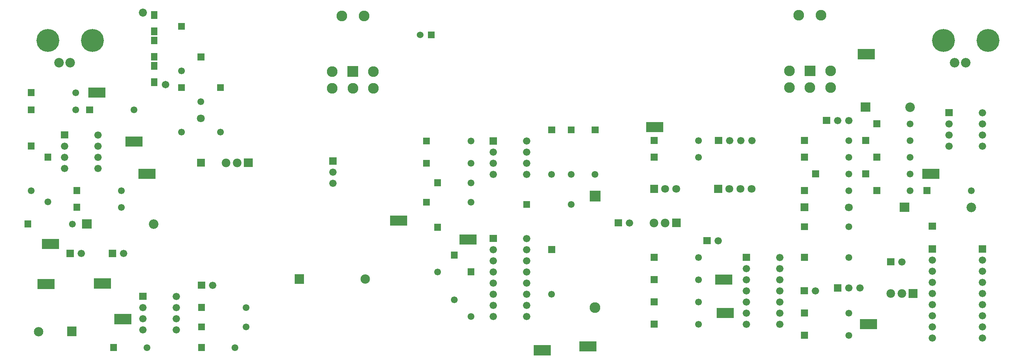
<source format=gbr>
G04 start of page 6 for group -4063 idx -4063 *
G04 Title: (unknown), componentmask *
G04 Creator: pcb 20110918 *
G04 CreationDate: Thu Feb 28 16:04:39 2013 UTC *
G04 For: fosse *
G04 Format: Gerber/RS-274X *
G04 PCB-Dimensions: 893500 333500 *
G04 PCB-Coordinate-Origin: lower left *
%MOIN*%
%FSLAX25Y25*%
%LNTOPMASK*%
%ADD80R,0.0591X0.0591*%
%ADD79R,0.0907X0.0907*%
%ADD78C,0.0672*%
%ADD77C,0.0722*%
%ADD76C,0.0780*%
%ADD75C,0.2060*%
%ADD74C,0.0860*%
%ADD73C,0.0710*%
%ADD72C,0.0847*%
%ADD71C,0.0960*%
%ADD70C,0.0600*%
%ADD69C,0.0660*%
%ADD68C,0.0610*%
%ADD67C,0.0001*%
G54D67*G36*
X367950Y158550D02*Y152450D01*
X374050D01*
Y158550D01*
X367950D01*
G37*
G54D68*X411000Y155500D03*
Y190500D03*
Y173000D03*
Y210500D03*
G54D67*G36*
X377950Y136050D02*Y129950D01*
X384050D01*
Y136050D01*
X377950D01*
G37*
G36*
Y176050D02*Y169950D01*
X384050D01*
Y176050D01*
X377950D01*
G37*
G36*
X427700Y213800D02*Y207200D01*
X434300D01*
Y213800D01*
X427700D01*
G37*
G54D69*X431000Y200500D03*
Y190500D03*
Y180500D03*
G54D67*G36*
X367950Y193550D02*Y187450D01*
X374050D01*
Y193550D01*
X367950D01*
G37*
G36*
Y213550D02*Y207450D01*
X374050D01*
Y213550D01*
X367950D01*
G37*
G36*
X372500Y309000D02*Y303000D01*
X378500D01*
Y309000D01*
X372500D01*
G37*
G54D70*X365500Y306000D03*
G54D71*X295000Y323000D03*
X315000D03*
G54D67*G36*
X300200Y277800D02*Y268200D01*
X309800D01*
Y277800D01*
X300200D01*
G37*
G54D71*X323500Y273000D03*
X286500D03*
Y258000D03*
X305000D03*
X323500D03*
G54D67*G36*
X392950Y111050D02*Y104950D01*
X399050D01*
Y111050D01*
X392950D01*
G37*
G36*
X407950Y96050D02*Y89950D01*
X414050D01*
Y96050D01*
X407950D01*
G37*
G54D68*X411000Y53000D03*
G54D72*X316028Y86500D03*
G54D68*X381000Y93000D03*
X396000Y68000D03*
G54D67*G36*
X427700Y126300D02*Y119700D01*
X434300D01*
Y126300D01*
X427700D01*
G37*
G54D69*X431000Y113000D03*
Y103000D03*
Y93000D03*
Y83000D03*
Y73000D03*
Y63000D03*
Y53000D03*
G54D67*G36*
X772450Y229050D02*Y222950D01*
X778550D01*
Y229050D01*
X772450D01*
G37*
G54D68*X805500Y226000D03*
G54D67*G36*
X762450Y214050D02*Y207950D01*
X768550D01*
Y214050D01*
X762450D01*
G37*
G54D68*X805500Y211000D03*
Y196000D03*
G54D67*G36*
X727200Y232300D02*Y225700D01*
X733800D01*
Y232300D01*
X727200D01*
G37*
G36*
X707450Y136550D02*Y130450D01*
X713550D01*
Y136550D01*
X707450D01*
G37*
G36*
Y169050D02*Y162950D01*
X713550D01*
Y169050D01*
X707450D01*
G37*
G36*
X717450Y184050D02*Y177950D01*
X723550D01*
Y184050D01*
X717450D01*
G37*
G54D69*X740500Y229000D03*
X750500D03*
G54D68*Y133500D03*
Y211000D03*
Y166000D03*
Y181000D03*
G54D67*G36*
X707450Y199050D02*Y192950D01*
X713550D01*
Y199050D01*
X707450D01*
G37*
G54D68*X750500Y196000D03*
G54D67*G36*
X707450Y214050D02*Y207950D01*
X713550D01*
Y214050D01*
X707450D01*
G37*
G36*
X762450Y184050D02*Y177950D01*
X768550D01*
Y184050D01*
X762450D01*
G37*
G36*
X772450Y199050D02*Y192950D01*
X778550D01*
Y199050D01*
X772450D01*
G37*
G54D73*X750500Y151000D03*
G54D67*G36*
X796200Y155300D02*Y146700D01*
X804800D01*
Y155300D01*
X796200D01*
G37*
G36*
X761200Y245300D02*Y236700D01*
X769800D01*
Y245300D01*
X761200D01*
G37*
G54D74*X805500Y241000D03*
G54D67*G36*
X837200Y239300D02*Y232700D01*
X843800D01*
Y239300D01*
X837200D01*
G37*
G54D69*X840500Y226000D03*
Y216000D03*
Y206000D03*
G54D71*X705500Y323500D03*
G54D67*G36*
X710700Y278300D02*Y268700D01*
X720300D01*
Y278300D01*
X710700D01*
G37*
G54D71*X697000Y273500D03*
Y258500D03*
X715500D03*
X725500Y323500D03*
X734000Y273500D03*
Y258500D03*
G54D67*G36*
X817450Y169050D02*Y162950D01*
X823550D01*
Y169050D01*
X817450D01*
G37*
G54D68*X860500Y166000D03*
G54D67*G36*
X772450Y169050D02*Y162950D01*
X778550D01*
Y169050D01*
X772450D01*
G37*
G54D68*X805500Y166000D03*
Y181000D03*
G54D74*X860500Y151000D03*
G54D69*X870500Y206000D03*
Y216000D03*
Y226000D03*
Y236000D03*
G54D75*X835500Y301000D03*
X875500D03*
G54D74*X845500Y281000D03*
X855500D03*
G54D67*G36*
X822200Y137300D02*Y130700D01*
X828800D01*
Y137300D01*
X822200D01*
G37*
G36*
Y116800D02*Y110200D01*
X828800D01*
Y116800D01*
X822200D01*
G37*
G36*
X867200D02*Y110200D01*
X873800D01*
Y116800D01*
X867200D01*
G37*
G54D69*X870500Y103500D03*
Y93500D03*
Y83500D03*
Y73500D03*
X760500Y78500D03*
X825500Y73500D03*
G54D67*G36*
X804100Y77400D02*Y69600D01*
X811900D01*
Y77400D01*
X804100D01*
G37*
G54D76*X798000Y73500D03*
X788000D03*
G54D69*X870500Y63500D03*
X825500D03*
Y53500D03*
Y43500D03*
Y33500D03*
X870500Y53500D03*
Y43500D03*
Y33500D03*
G54D67*G36*
X784700Y105300D02*Y98700D01*
X791300D01*
Y105300D01*
X784700D01*
G37*
G54D69*X798000Y102000D03*
X825500Y103500D03*
Y93500D03*
Y83500D03*
G54D67*G36*
X629450Y171050D02*Y163950D01*
X636550D01*
Y171050D01*
X629450D01*
G37*
G54D73*X643000Y167500D03*
X653000D03*
X663000D03*
G54D67*G36*
X630200Y214300D02*Y207700D01*
X636800D01*
Y214300D01*
X630200D01*
G37*
G54D69*X643500Y211000D03*
X653500D03*
X663500D03*
G54D67*G36*
X572450Y214050D02*Y207950D01*
X578550D01*
Y214050D01*
X572450D01*
G37*
G54D68*X615500Y211000D03*
G54D67*G36*
X572450Y199050D02*Y192950D01*
X578550D01*
Y199050D01*
X572450D01*
G37*
G54D68*X615500Y196000D03*
G54D67*G36*
X707450Y39050D02*Y32950D01*
X713550D01*
Y39050D01*
X707450D01*
G37*
G54D68*X750500Y36000D03*
G54D69*Y78500D03*
G54D68*Y56000D03*
G54D67*G36*
X707450Y109050D02*Y102950D01*
X713550D01*
Y109050D01*
X707450D01*
G37*
G54D68*X750500Y106000D03*
G54D67*G36*
X706950Y154550D02*Y147450D01*
X714050D01*
Y154550D01*
X706950D01*
G37*
G36*
X707200Y79300D02*Y72700D01*
X713800D01*
Y79300D01*
X707200D01*
G37*
G54D69*X720500Y76000D03*
G54D67*G36*
X737200Y81800D02*Y75200D01*
X743800D01*
Y81800D01*
X737200D01*
G37*
G36*
X707450Y59050D02*Y52950D01*
X713550D01*
Y59050D01*
X707450D01*
G37*
G36*
X572450Y109050D02*Y102950D01*
X578550D01*
Y109050D01*
X572450D01*
G37*
G54D68*X615500Y106000D03*
G54D67*G36*
X572450Y89050D02*Y82950D01*
X578550D01*
Y89050D01*
X572450D01*
G37*
G54D68*X615500Y86000D03*
G54D67*G36*
X619700Y124300D02*Y117700D01*
X626300D01*
Y124300D01*
X619700D01*
G37*
G54D69*X633000Y121000D03*
G54D67*G36*
X480450Y116050D02*Y109950D01*
X486550D01*
Y116050D01*
X480450D01*
G37*
G36*
X571950Y171050D02*Y163950D01*
X579050D01*
Y171050D01*
X571950D01*
G37*
G54D73*X585500Y167500D03*
X595500D03*
G54D67*G36*
X591600Y140900D02*Y133100D01*
X599400D01*
Y140900D01*
X591600D01*
G37*
G54D76*X585500Y137000D03*
G54D67*G36*
X517700Y165800D02*Y156200D01*
X527300D01*
Y165800D01*
X517700D01*
G37*
G36*
X519450Y223550D02*Y217450D01*
X525550D01*
Y223550D01*
X519450D01*
G37*
G36*
X497950D02*Y217450D01*
X504050D01*
Y223550D01*
X497950D01*
G37*
G36*
X480450D02*Y217450D01*
X486550D01*
Y223550D01*
X480450D01*
G37*
G54D68*X522500Y180500D03*
X501000D03*
X483500D03*
G54D69*X461000D03*
Y190500D03*
Y200500D03*
Y210500D03*
G54D76*X575500Y137000D03*
G54D67*G36*
X457950Y156550D02*Y150450D01*
X464050D01*
Y156550D01*
X457950D01*
G37*
G54D68*X501000Y153500D03*
G54D67*G36*
X540200Y140300D02*Y133700D01*
X546800D01*
Y140300D01*
X540200D01*
G37*
G54D69*X553500Y137000D03*
G54D71*X522500Y61000D03*
G54D68*X483500Y73000D03*
G54D69*X461000Y53000D03*
Y63000D03*
Y73000D03*
Y83000D03*
Y93000D03*
Y103000D03*
Y113000D03*
Y123000D03*
G54D67*G36*
X572450Y69050D02*Y62950D01*
X578550D01*
Y69050D01*
X572450D01*
G37*
G36*
Y49050D02*Y42950D01*
X578550D01*
Y49050D01*
X572450D01*
G37*
G54D68*X615500Y66000D03*
Y46000D03*
G54D67*G36*
X655200Y109300D02*Y102700D01*
X661800D01*
Y109300D01*
X655200D01*
G37*
G54D69*X658500Y96000D03*
Y86000D03*
Y76000D03*
Y66000D03*
Y56000D03*
Y46000D03*
X688500D03*
Y56000D03*
Y66000D03*
Y76000D03*
Y86000D03*
Y96000D03*
Y106000D03*
G54D67*G36*
X165950Y28050D02*Y21950D01*
X172050D01*
Y28050D01*
X165950D01*
G37*
G54D68*X199000Y25000D03*
X209000Y43500D03*
G54D67*G36*
X65450Y241550D02*Y235450D01*
X71550D01*
Y241550D01*
X65450D01*
G37*
G54D68*X108500Y238500D03*
G54D67*G36*
X12950Y257050D02*Y250950D01*
X19050D01*
Y257050D01*
X12950D01*
G37*
G54D68*X56000Y254000D03*
G54D67*G36*
X12950Y241550D02*Y235450D01*
X19050D01*
Y241550D01*
X12950D01*
G37*
G54D68*X56000Y238500D03*
G54D77*X116351Y325795D03*
G54D78*X136823Y261228D03*
G54D75*X31000Y301000D03*
X71000D03*
G54D74*X41000Y281000D03*
X51000D03*
G54D68*X209000Y61000D03*
G54D67*G36*
X252736Y90737D02*Y82263D01*
X261210D01*
Y90737D01*
X252736D01*
G37*
G36*
X207100Y194900D02*Y187100D01*
X214900D01*
Y194900D01*
X207100D01*
G37*
G54D76*X201000Y191000D03*
X191000D03*
G54D67*G36*
X283700Y195800D02*Y189200D01*
X290300D01*
Y195800D01*
X283700D01*
G37*
G54D69*X287000Y182500D03*
Y172500D03*
G54D67*G36*
X164950Y194550D02*Y187450D01*
X172050D01*
Y194550D01*
X164950D01*
G37*
G54D73*X168500Y231000D03*
G54D67*G36*
X165450Y289050D02*Y282950D01*
X171550D01*
Y289050D01*
X165450D01*
G37*
G54D68*X168500Y246000D03*
G54D67*G36*
X147950Y316550D02*Y310450D01*
X154050D01*
Y316550D01*
X147950D01*
G37*
G54D68*X151000Y273500D03*
G54D67*G36*
X147950Y261550D02*Y255450D01*
X154050D01*
Y261550D01*
X147950D01*
G37*
G36*
X182950D02*Y255450D01*
X189050D01*
Y261550D01*
X182950D01*
G37*
G54D68*X186000Y218500D03*
X151000D03*
G54D67*G36*
X61700Y140300D02*Y131700D01*
X70300D01*
Y140300D01*
X61700D01*
G37*
G36*
X53950Y154050D02*Y147950D01*
X60050D01*
Y154050D01*
X53950D01*
G37*
G54D68*X53000Y136000D03*
G54D67*G36*
X47700Y112800D02*Y106200D01*
X54300D01*
Y112800D01*
X47700D01*
G37*
G36*
X12950Y209050D02*Y202950D01*
X19050D01*
Y209050D01*
X12950D01*
G37*
G36*
X9950Y139050D02*Y132950D01*
X16050D01*
Y139050D01*
X9950D01*
G37*
G54D68*X16000Y166000D03*
G54D67*G36*
X53950Y169050D02*Y162950D01*
X60050D01*
Y169050D01*
X53950D01*
G37*
G36*
X165950Y64050D02*Y57950D01*
X172050D01*
Y64050D01*
X165950D01*
G37*
G36*
X165700Y84300D02*Y77700D01*
X172300D01*
Y84300D01*
X165700D01*
G37*
G54D69*X179000Y81000D03*
G54D67*G36*
X165950Y46550D02*Y40450D01*
X172050D01*
Y46550D01*
X165950D01*
G37*
G54D69*X116500Y41000D03*
X146500D03*
G54D67*G36*
X86950Y28050D02*Y21950D01*
X93050D01*
Y28050D01*
X86950D01*
G37*
G54D68*X120000Y25000D03*
G54D67*G36*
X113200Y74300D02*Y67700D01*
X119800D01*
Y74300D01*
X113200D01*
G37*
G54D69*X116500Y61000D03*
Y51000D03*
X146500D03*
Y61000D03*
Y71000D03*
G54D67*G36*
X48263Y43737D02*Y35263D01*
X56737D01*
Y43737D01*
X48263D01*
G37*
G54D72*X22578Y39107D03*
G54D74*X126000Y136000D03*
G54D67*G36*
X27950Y199050D02*Y192950D01*
X34050D01*
Y199050D01*
X27950D01*
G37*
G54D68*X31000Y156000D03*
G54D67*G36*
X42700Y219300D02*Y212700D01*
X49300D01*
Y219300D01*
X42700D01*
G37*
G54D69*X46000Y206000D03*
Y196000D03*
Y186000D03*
G54D68*X97000Y166000D03*
G54D69*X76000Y186000D03*
Y196000D03*
Y206000D03*
Y216000D03*
G54D68*X97000Y151000D03*
G54D69*X61000Y109500D03*
G54D67*G36*
X85700Y112800D02*Y106200D01*
X92300D01*
Y112800D01*
X85700D01*
G37*
G54D69*X99000Y109500D03*
G54D79*X342850Y139000D02*X349149D01*
X116850Y181000D02*X123149D01*
X105350Y210000D02*X111649D01*
X71870Y253980D02*X78169D01*
X572850Y223000D02*X579149D01*
X820850Y181000D02*X827149D01*
X634850Y86000D02*X641149D01*
X405350Y122000D02*X411649D01*
X764850Y46000D02*X771149D01*
X636350Y56000D02*X642649D01*
X512850Y26000D02*X519149D01*
X471850Y22500D02*X478149D01*
G54D80*X126587Y301387D02*Y300402D01*
Y324222D02*Y323237D01*
Y309458D02*Y308473D01*
Y286623D02*Y285638D01*
G54D79*X762870Y288480D02*X769169D01*
G54D80*X126587Y278553D02*Y277568D01*
Y263789D02*Y262804D01*
G54D79*X95350Y50500D02*X101649D01*
X76870Y82480D02*X83169D01*
X26350Y82000D02*X32649D01*
X30370Y117980D02*X36669D01*
M02*

</source>
